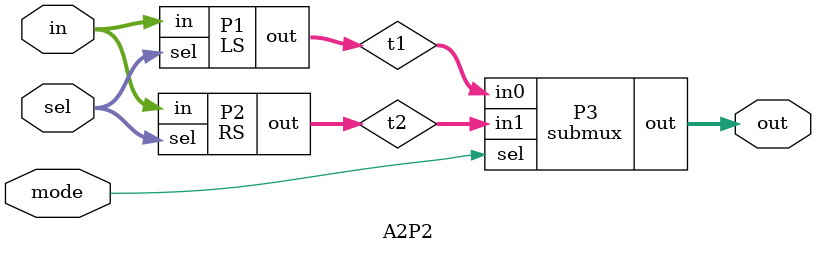
<source format=v>
module mux(y,a,b,s);

    input a,b,s;
    output y;
    wire[2:0] t;

    not G1(t[0],s);
    and G2(t[1],t[0],a);
    and G3(t[2],s,b);
    or G4(y,t[1],t[2]);

endmodule

module submux(out,in0,in1,sel);

    input[7:0] in0,in1;
    input sel;
    output[7:0] out;

    mux M0(out[0],in0[0],in1[0],sel);
    mux M1(out[1],in0[1],in1[1],sel);
    mux M2(out[2],in0[2],in1[2],sel);
    mux M3(out[3],in0[3],in1[3],sel);
    mux M4(out[4],in0[4],in1[4],sel);
    mux M5(out[5],in0[5],in1[5],sel);
    mux M6(out[6],in0[6],in1[6],sel);
    mux M7(out[7],in0[7],in1[7],sel);

endmodule

module LS(out,in,sel);

    input[7:0] in;
    input[2:0] sel;
    output[7:0] out;
    wire[7:0] t1,t2;

    submux S1(t1,in,{in[6:0],1'b0},sel[0]);
    submux S2(t2,t1,{t1[5:0],2'b00},sel[1]);
    submux S3(out,t2,{t2[3:0],4'b0000},sel[2]);

endmodule

module RS(out,in,sel);

    input[7:0] in;
    input[2:0] sel;
    output[7:0] out;
    wire[7:0] t1,t2;

    submux S4(t1,in,{1'b0,in[7:1]},sel[0]);
    submux S5(t2,t1,{2'b00,t1[7:2]},sel[1]);
    submux S6(out,t2,{4'b0000,t2[7:4]},sel[2]);

endmodule

module A2P2(out,in,sel,mode);

    input[7:0] in;
    input[2:0] sel;
    input mode;
    output[7:0] out;
    wire[7:0] t1,t2;

    LS P1(t1,in,sel);
    RS P2(t2,in,sel);
    submux P3(out,t1,t2,mode);

endmodule
</source>
